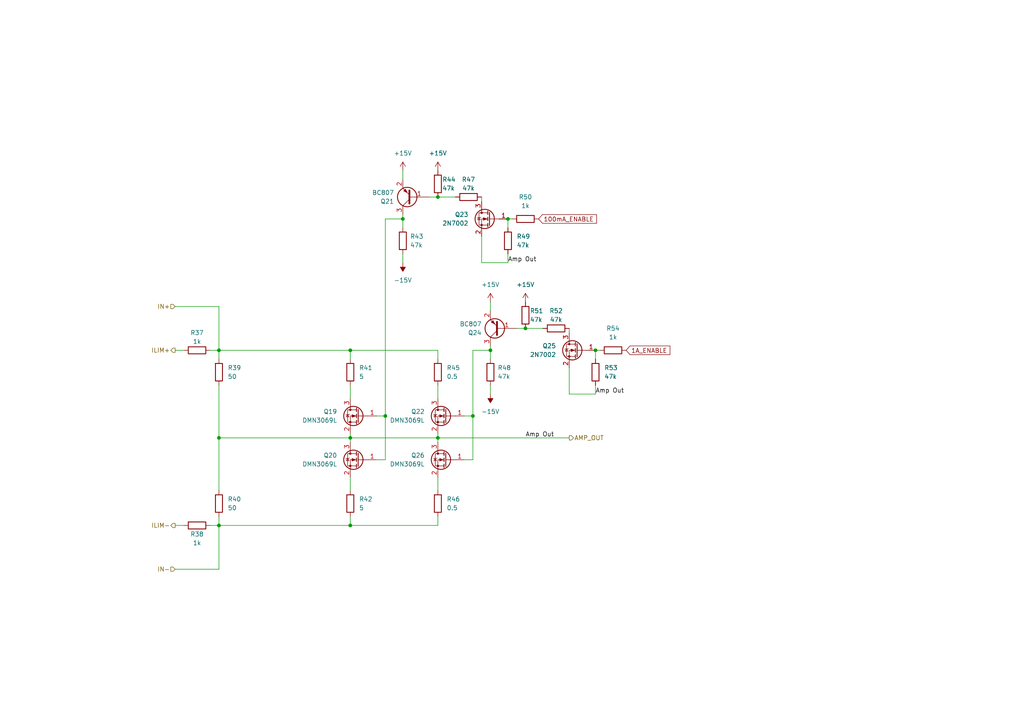
<source format=kicad_sch>
(kicad_sch (version 20231120) (generator "eeschema") (generator_version "8.0")
  (paper "A4")
  (title_block (title "DSMU A2 - Amplifier Board, Coarse Current Limiting") (rev "DRAFT") (company "Fuckup Industries"))
  (lib_symbols
    (symbol "Device:R" (pin_numbers hide) (pin_names (offset 0))
      (property "Reference" "R" (at 2.032 0 90))
      (property "Value" "R" (at 0 0 90))
      (symbol "R_0_1"
        (rectangle (start -1.016 -2.54) (end 1.016 2.54) (stroke (width 0.254)))
      )
      (symbol "R_1_1"
        (pin passive line (at 0 3.81 270) (length 1.27) (name "~") (number "1"))
        (pin passive line (at 0 -3.81 90) (length 1.27) (name "~") (number "2"))
      )
    )
    (symbol "Transistor_BJT:BC807" (pin_names (offset 0) hide)
      (property "Reference" "Q" (at 5.08 1.905 0))
      (property "Value" "BC807" (at 5.08 0 0))
      (symbol "BC807_0_1"
        (polyline (pts (xy 0.635 0.635) (xy 2.54 2.54)))
        (polyline (pts (xy 0.635 -0.635) (xy 2.54 -2.54) (xy 2.54 -2.54)))
        (polyline (pts (xy 0.635 1.905) (xy 0.635 -1.905) (xy 0.635 -1.905)) (stroke (width 0.508)))
        (polyline (pts (xy 2.286 -1.778) (xy 1.778 -2.286) (xy 1.27 -1.27) (xy 2.286 -1.778) (xy 2.286 -1.778)) (fill (type outline)))
        (circle (center 1.27 0) (radius 2.8194) (stroke (width 0.254)))
      )
      (symbol "BC807_1_1"
        (pin input line (at -5.08 0 0) (length 5.715) (name "B") (number "1"))
        (pin passive line (at 2.54 -5.08 90) (length 2.54) (name "E") (number "2"))
        (pin passive line (at 2.54 5.08 270) (length 2.54) (name "C") (number "3"))
      )
    )
    (symbol "Transistor_FET:2N7002" (pin_names hide)
      (property "Reference" "Q" (at 5.08 1.905 0))
      (property "Value" "2N7002" (at 5.08 0 0))
      (symbol "2N7002_0_1"
        (polyline (pts (xy 0.254 0) (xy -2.54 0)))
        (polyline (pts (xy 0.254 1.905) (xy 0.254 -1.905)) (stroke (width 0.254)))
        (polyline (pts (xy 0.762 -1.27) (xy 0.762 -2.286)) (stroke (width 0.254)))
        (polyline (pts (xy 0.762 0.508) (xy 0.762 -0.508)) (stroke (width 0.254)))
        (polyline (pts (xy 0.762 2.286) (xy 0.762 1.27)) (stroke (width 0.254)))
        (polyline (pts (xy 2.54 2.54) (xy 2.54 1.778)))
        (polyline (pts (xy 2.54 -2.54) (xy 2.54 0) (xy 0.762 0)))
        (polyline (pts (xy 0.762 -1.778) (xy 3.302 -1.778) (xy 3.302 1.778) (xy 0.762 1.778)))
        (polyline (pts (xy 1.016 0) (xy 2.032 0.381) (xy 2.032 -0.381) (xy 1.016 0)) (fill (type outline)))
        (polyline (pts (xy 2.794 0.508) (xy 2.921 0.381) (xy 3.683 0.381) (xy 3.81 0.254)))
        (polyline (pts (xy 3.302 0.381) (xy 2.921 -0.254) (xy 3.683 -0.254) (xy 3.302 0.381)))
        (circle (center 1.651 0) (radius 2.794) (stroke (width 0.254)))
        (circle (center 2.54 -1.778) (radius 0.254) (fill (type outline)))
        (circle (center 2.54 1.778) (radius 0.254) (fill (type outline)))
      )
      (symbol "2N7002_1_1"
        (pin input line (at -5.08 0 0) (length 2.54) (name "G") (number "1"))
        (pin passive line (at 2.54 -5.08 90) (length 2.54) (name "S") (number "2"))
        (pin passive line (at 2.54 5.08 270) (length 2.54) (name "D") (number "3"))
      )
    )
    (symbol "Transistor_FET:DMN2050L" (pin_names hide)
      (property "Reference" "Q" (at 5.08 1.905 0))
      (property "Value" "DMN2050L" (at 5.08 0 0))
      (symbol "DMN2050L_0_1"
        (polyline (pts (xy 0.254 0) (xy -2.54 0)))
        (polyline (pts (xy 0.254 1.905) (xy 0.254 -1.905)) (stroke (width 0.254)))
        (polyline (pts (xy 0.762 -1.27) (xy 0.762 -2.286)) (stroke (width 0.254)))
        (polyline (pts (xy 0.762 0.508) (xy 0.762 -0.508)) (stroke (width 0.254)))
        (polyline (pts (xy 0.762 2.286) (xy 0.762 1.27)) (stroke (width 0.254)))
        (polyline (pts (xy 2.54 2.54) (xy 2.54 1.778)))
        (polyline (pts (xy 2.54 -2.54) (xy 2.54 0) (xy 0.762 0)))
        (polyline (pts (xy 0.762 -1.778) (xy 3.302 -1.778) (xy 3.302 1.778) (xy 0.762 1.778)))
        (polyline (pts (xy 1.016 0) (xy 2.032 0.381) (xy 2.032 -0.381) (xy 1.016 0)) (fill (type outline)))
        (polyline (pts (xy 2.794 0.508) (xy 2.921 0.381) (xy 3.683 0.381) (xy 3.81 0.254)))
        (polyline (pts (xy 3.302 0.381) (xy 2.921 -0.254) (xy 3.683 -0.254) (xy 3.302 0.381)))
        (circle (center 1.651 0) (radius 2.794) (stroke (width 0.254)))
        (circle (center 2.54 -1.778) (radius 0.254) (fill (type outline)))
        (circle (center 2.54 1.778) (radius 0.254) (fill (type outline)))
      )
      (symbol "DMN2050L_1_1"
        (pin input line (at -5.08 0 0) (length 2.54) (name "G") (number "1"))
        (pin passive line (at 2.54 -5.08 90) (length 2.54) (name "S") (number "2"))
        (pin passive line (at 2.54 5.08 270) (length 2.54) (name "D") (number "3"))
      )
    )
    (symbol "power:+15V" (power) (pin_names (offset 0))
      (property "Value" "+15V" (at 0 3.556 0))
      (symbol "+15V_0_1"
        (polyline (pts (xy -0.762 1.27) (xy 0 2.54)))
        (polyline (pts (xy 0 0) (xy 0 2.54)))
        (polyline (pts (xy 0 2.54) (xy 0.762 1.27)))
      )
      (symbol "+15V_1_1"
        (pin power_in line (at 0 0 90) (length 0) hide (name "+15V") (number "1"))
      )
    )
    (symbol "power:-15V" (power) (pin_names (offset 0))
      (property "Value" "-15V" (at 0 3.81 0))
      (symbol "-15V_0_0"
        (pin power_in line (at 0 0 90) (length 0) hide (name "-15V") (number "1"))
      )
      (symbol "-15V_0_1"
        (polyline (pts (xy 0 0) (xy 0 1.27) (xy 0.762 1.27) (xy 0 2.54) (xy -0.762 1.27) (xy 0 1.27)) (fill (type outline)))
      )
    )
  )
  (junction (at 137.16 120.65))
  (junction (at 116.84 63.5))
  (junction (at 127 57.15))
  (junction (at 172.72 101.6))
  (junction (at 127 127))
  (junction (at 63.5 101.6))
  (junction (at 63.5 152.4))
  (junction (at 101.6 127))
  (junction (at 63.5 127))
  (junction (at 142.24 101.6))
  (junction (at 147.32 63.5))
  (junction (at 101.6 101.6))
  (junction (at 111.76 120.65))
  (junction (at 101.6 152.4))
  (junction (at 152.4 95.25))
  (wire (pts (xy 147.32 66.04) (xy 147.32 63.5)))
  (wire (pts (xy 165.1 96.52) (xy 165.1 95.25)))
  (wire (pts (xy 101.6 149.86) (xy 101.6 152.4)))
  (wire (pts (xy 152.4 95.25) (xy 157.48 95.25)))
  (wire (pts (xy 63.5 88.9) (xy 63.5 101.6)))
  (wire (pts (xy 172.72 114.3) (xy 165.1 114.3)))
  (wire (pts (xy 134.62 133.35) (xy 137.16 133.35)))
  (wire (pts (xy 127 127) (xy 165.1 127)))
  (wire (pts (xy 165.1 114.3) (xy 165.1 106.68)))
  (wire (pts (xy 63.5 127) (xy 63.5 142.24)))
  (wire (pts (xy 63.5 111.76) (xy 63.5 127)))
  (wire (pts (xy 127 111.76) (xy 127 115.57)))
  (wire (pts (xy 63.5 101.6) (xy 101.6 101.6)))
  (wire (pts (xy 111.76 63.5) (xy 111.76 120.65)))
  (wire (pts (xy 101.6 111.76) (xy 101.6 115.57)))
  (wire (pts (xy 101.6 125.73) (xy 101.6 127)))
  (wire (pts (xy 101.6 152.4) (xy 127 152.4)))
  (wire (pts (xy 134.62 120.65) (xy 137.16 120.65)))
  (wire (pts (xy 101.6 101.6) (xy 127 101.6)))
  (wire (pts (xy 63.5 152.4) (xy 101.6 152.4)))
  (wire (pts (xy 127 138.43) (xy 127 142.24)))
  (wire (pts (xy 101.6 138.43) (xy 101.6 142.24)))
  (wire (pts (xy 50.8 101.6) (xy 53.34 101.6)))
  (wire (pts (xy 116.84 49.53) (xy 116.84 52.07)))
  (wire (pts (xy 50.8 88.9) (xy 63.5 88.9)))
  (wire (pts (xy 127 125.73) (xy 127 127)))
  (wire (pts (xy 101.6 127) (xy 101.6 128.27)))
  (wire (pts (xy 116.84 63.5) (xy 111.76 63.5)))
  (wire (pts (xy 101.6 101.6) (xy 101.6 104.14)))
  (wire (pts (xy 172.72 111.76) (xy 172.72 114.3)))
  (wire (pts (xy 139.7 58.42) (xy 139.7 57.15)))
  (wire (pts (xy 63.5 165.1) (xy 63.5 152.4)))
  (wire (pts (xy 127 152.4) (xy 127 149.86)))
  (wire (pts (xy 147.32 73.66) (xy 147.32 76.2)))
  (wire (pts (xy 172.72 104.14) (xy 172.72 101.6)))
  (wire (pts (xy 137.16 133.35) (xy 137.16 120.65)))
  (wire (pts (xy 147.32 63.5) (xy 148.59 63.5)))
  (wire (pts (xy 60.96 101.6) (xy 63.5 101.6)))
  (wire (pts (xy 109.22 120.65) (xy 111.76 120.65)))
  (wire (pts (xy 109.22 133.35) (xy 111.76 133.35)))
  (wire (pts (xy 137.16 101.6) (xy 137.16 120.65)))
  (wire (pts (xy 142.24 101.6) (xy 142.24 100.33)))
  (wire (pts (xy 127 127) (xy 127 128.27)))
  (wire (pts (xy 60.96 152.4) (xy 63.5 152.4)))
  (wire (pts (xy 101.6 127) (xy 127 127)))
  (wire (pts (xy 147.32 76.2) (xy 139.7 76.2)))
  (wire (pts (xy 149.86 95.25) (xy 152.4 95.25)))
  (wire (pts (xy 124.46 57.15) (xy 127 57.15)))
  (wire (pts (xy 127 101.6) (xy 127 104.14)))
  (wire (pts (xy 172.72 101.6) (xy 173.99 101.6)))
  (wire (pts (xy 142.24 87.63) (xy 142.24 90.17)))
  (wire (pts (xy 63.5 152.4) (xy 63.5 149.86)))
  (wire (pts (xy 127 57.15) (xy 132.08 57.15)))
  (wire (pts (xy 116.84 63.5) (xy 116.84 62.23)))
  (wire (pts (xy 63.5 127) (xy 101.6 127)))
  (wire (pts (xy 142.24 101.6) (xy 137.16 101.6)))
  (wire (pts (xy 63.5 101.6) (xy 63.5 104.14)))
  (wire (pts (xy 116.84 73.66) (xy 116.84 76.2)))
  (wire (pts (xy 111.76 133.35) (xy 111.76 120.65)))
  (wire (pts (xy 50.8 152.4) (xy 53.34 152.4)))
  (wire (pts (xy 50.8 165.1) (xy 63.5 165.1)))
  (wire (pts (xy 116.84 66.04) (xy 116.84 63.5)))
  (wire (pts (xy 142.24 111.76) (xy 142.24 114.3)))
  (wire (pts (xy 142.24 104.14) (xy 142.24 101.6)))
  (wire (pts (xy 139.7 76.2) (xy 139.7 68.58)))
  (label "Amp Out" (at 147.32 76.2 0))
  (label "Amp Out" (at 172.72 114.3 0))
  (label "Amp Out" (at 152.4 127 0))
  (global_label "1A_ENABLE" (shape input) (at 181.61 101.6 0) (property "Intersheetrefs" "${INTERSHEET_REFS}" (effects (hide yes))))
  (global_label "100mA_ENABLE" (shape input) (at 156.21 63.5 0) (property "Intersheetrefs" "${INTERSHEET_REFS}" (effects (hide yes))))
  (hierarchical_label "ILIM-" (shape output) (at 50.8 152.4 180))
  (hierarchical_label "ILIM+" (shape output) (at 50.8 101.6 180))
  (hierarchical_label "AMP_OUT" (shape output) (at 165.1 127 0))
  (hierarchical_label "IN+" (shape input) (at 50.8 88.9 180))
  (hierarchical_label "IN-" (shape input) (at 50.8 165.1 180))
  (symbol (lib_id "Device:R") (at 152.4 91.44 180) (unit 1)
    (property "Reference" "R51" (at 153.67 90.17 0) (effects (justify right)))
    (property "Value" "47k" (at 153.67 92.71 0) (effects (justify right)))
    (property "Footprint" "Resistor_SMD:R_0603_1608Metric" (effects (hide yes)))
  )
  (symbol (lib_id "Device:R") (at 135.89 57.15 90) (unit 1)
    (property "Reference" "R47" (at 135.89 52.07 90))
    (property "Value" "47k" (at 135.89 54.61 90))
    (property "Footprint" "Resistor_SMD:R_0603_1608Metric" (effects (hide yes)))
  )
  (symbol (lib_id "power:+15V") (at 116.84 49.53 0) (unit 1)
    (property "Reference" "#PWR09" (effects (hide yes)))
    (property "Value" "+15V" (at 116.84 44.45 0))
  )
  (symbol (lib_id "Device:R") (at 127 107.95 0) (unit 1)
    (property "Reference" "R45" (at 129.54 106.68 0) (effects (justify left)))
    (property "Value" "0.5" (at 129.54 109.22 0) (effects (justify left)))
    (property "Footprint" "Resistor_SMD:R_0603_1608Metric" (effects (hide yes)))
  )
  (symbol (lib_id "Device:R") (at 177.8 101.6 90) (unit 1)
    (property "Reference" "R54" (at 177.8 95.25 90))
    (property "Value" "1k" (at 177.8 97.79 90))
    (property "Footprint" "Resistor_SMD:R_0603_1608Metric" (effects (hide yes)))
  )
  (symbol (lib_id "power:+15V") (at 142.24 87.63 0) (unit 1)
    (property "Reference" "#PWR012" (effects (hide yes)))
    (property "Value" "+15V" (at 142.24 82.55 0))
  )
  (symbol (lib_id "Device:R") (at 127 146.05 0) (unit 1)
    (property "Reference" "R46" (at 129.54 144.78 0) (effects (justify left)))
    (property "Value" "0.5" (at 129.54 147.32 0) (effects (justify left)))
    (property "Footprint" "Resistor_SMD:R_0603_1608Metric" (effects (hide yes)))
  )
  (symbol (lib_id "Device:R") (at 116.84 69.85 180) (unit 1)
    (property "Reference" "R43" (at 118.9309 68.58 0) (effects (justify right)))
    (property "Value" "47k" (at 118.9309 71.12 0) (effects (justify right)))
    (property "Footprint" "Resistor_SMD:R_0603_1608Metric" (effects (hide yes)))
  )
  (symbol (lib_id "Device:R") (at 57.15 152.4 90) (unit 1)
    (property "Reference" "R38" (at 57.15 154.94 90))
    (property "Value" "1k" (at 57.15 157.48 90))
    (property "Footprint" "Resistor_SMD:R_0603_1608Metric" (effects (hide yes)))
  )
  (symbol (lib_id "Transistor_FET:DMN2050L") (at 104.14 133.35 0) (mirror y) (unit 1)
    (property "Reference" "Q20" (at 97.79 132.08 0) (effects (justify left)))
    (property "Value" "DMN3069L" (at 97.79 134.62 0) (effects (justify left)))
    (property "Footprint" "Package_TO_SOT_SMD:SOT-23" (effects (hide yes)))
    (property "Datasheet" "http://www.diodes.com/assets/Datasheets/ds31502.pdf" (effects (hide yes)))
  )
  (symbol (lib_id "Transistor_FET:DMN2050L") (at 129.54 133.35 0) (mirror y) (unit 1)
    (property "Reference" "Q26" (at 123.19 132.08 0) (effects (justify left)))
    (property "Value" "DMN3069L" (at 123.19 134.62 0) (effects (justify left)))
    (property "Footprint" "Package_TO_SOT_SMD:SOT-23" (effects (hide yes)))
    (property "Datasheet" "http://www.diodes.com/assets/Datasheets/ds31502.pdf" (effects (hide yes)))
  )
  (symbol (lib_id "Device:R") (at 57.15 101.6 90) (unit 1)
    (property "Reference" "R37" (at 57.15 96.52 90))
    (property "Value" "1k" (at 57.15 99.06 90))
    (property "Footprint" "Resistor_SMD:R_0603_1608Metric" (effects (hide yes)))
  )
  (symbol (lib_id "power:-15V") (at 116.84 76.2 180) (unit 1)
    (property "Reference" "#PWR010" (effects (hide yes)))
    (property "Value" "-15V" (at 116.84 81.28 0))
  )
  (symbol (lib_id "Device:R") (at 172.72 107.95 180) (unit 1)
    (property "Reference" "R53" (at 175.26 106.68 0) (effects (justify right)))
    (property "Value" "47k" (at 175.26 109.22 0) (effects (justify right)))
    (property "Footprint" "Resistor_SMD:R_0603_1608Metric" (effects (hide yes)))
  )
  (symbol (lib_id "Transistor_BJT:BC807") (at 144.78 95.25 180) (unit 1)
    (property "Reference" "Q24" (at 139.7 96.52 0) (effects (justify left)))
    (property "Value" "BC807" (at 139.7 93.98 0) (effects (justify left)))
    (property "Footprint" "Package_TO_SOT_SMD:SOT-23" (effects (hide yes)))
    (property "Datasheet" "https://www.onsemi.com/pub/Collateral/BC808-D.pdf" (effects (hide yes)))
  )
  (symbol (lib_id "Device:R") (at 152.4 63.5 90) (unit 1)
    (property "Reference" "R50" (at 152.4 57.15 90))
    (property "Value" "1k" (at 152.4 59.69 90))
    (property "Footprint" "Resistor_SMD:R_0603_1608Metric" (effects (hide yes)))
  )
  (symbol (lib_id "Transistor_FET:DMN2050L") (at 104.14 120.65 0) (mirror y) (unit 1)
    (property "Reference" "Q19" (at 97.79 119.38 0) (effects (justify left)))
    (property "Value" "DMN3069L" (at 97.79 121.92 0) (effects (justify left)))
    (property "Footprint" "Package_TO_SOT_SMD:SOT-23" (effects (hide yes)))
    (property "Datasheet" "http://www.diodes.com/assets/Datasheets/ds31502.pdf" (effects (hide yes)))
  )
  (symbol (lib_id "Device:R") (at 161.29 95.25 90) (unit 1)
    (property "Reference" "R52" (at 161.29 90.17 90))
    (property "Value" "47k" (at 161.29 92.71 90))
    (property "Footprint" "Resistor_SMD:R_0603_1608Metric" (effects (hide yes)))
  )
  (symbol (lib_id "power:-15V") (at 142.24 114.3 180) (unit 1)
    (property "Reference" "#PWR013" (effects (hide yes)))
    (property "Value" "-15V" (at 142.24 119.38 0))
  )
  (symbol (lib_id "Device:R") (at 101.6 107.95 0) (unit 1)
    (property "Reference" "R41" (at 104.14 106.68 0) (effects (justify left)))
    (property "Value" "5" (at 104.14 109.22 0) (effects (justify left)))
    (property "Footprint" "Resistor_SMD:R_0603_1608Metric" (effects (hide yes)))
  )
  (symbol (lib_id "power:+15V") (at 152.4 87.63 0) (unit 1)
    (property "Reference" "#PWR014" (effects (hide yes)))
    (property "Value" "+15V" (at 152.4 82.55 0))
  )
  (symbol (lib_id "Transistor_FET:DMN2050L") (at 129.54 120.65 0) (mirror y) (unit 1)
    (property "Reference" "Q22" (at 123.19 119.38 0) (effects (justify left)))
    (property "Value" "DMN3069L" (at 123.19 121.92 0) (effects (justify left)))
    (property "Footprint" "Package_TO_SOT_SMD:SOT-23" (effects (hide yes)))
    (property "Datasheet" "http://www.diodes.com/assets/Datasheets/ds31502.pdf" (effects (hide yes)))
  )
  (symbol (lib_id "Device:R") (at 63.5 107.95 0) (unit 1)
    (property "Reference" "R39" (at 66.04 106.68 0) (effects (justify left)))
    (property "Value" "50" (at 66.04 109.22 0) (effects (justify left)))
    (property "Footprint" "Resistor_SMD:R_0603_1608Metric" (effects (hide yes)))
  )
  (symbol (lib_id "Device:R") (at 63.5 146.05 0) (unit 1)
    (property "Reference" "R40" (at 66.04 144.78 0) (effects (justify left)))
    (property "Value" "50" (at 66.04 147.32 0) (effects (justify left)))
    (property "Footprint" "Resistor_SMD:R_0603_1608Metric" (effects (hide yes)))
  )
  (symbol (lib_id "Device:R") (at 142.24 107.95 180) (unit 1)
    (property "Reference" "R48" (at 144.3309 106.68 0) (effects (justify right)))
    (property "Value" "47k" (at 144.3309 109.22 0) (effects (justify right)))
    (property "Footprint" "Resistor_SMD:R_0603_1608Metric" (effects (hide yes)))
  )
  (symbol (lib_id "Device:R") (at 101.6 146.05 0) (unit 1)
    (property "Reference" "R42" (at 104.14 144.78 0) (effects (justify left)))
    (property "Value" "5" (at 104.14 147.32 0) (effects (justify left)))
    (property "Footprint" "Resistor_SMD:R_0603_1608Metric" (effects (hide yes)))
  )
  (symbol (lib_id "Transistor_FET:2N7002") (at 167.64 101.6 0) (mirror y) (unit 1)
    (property "Reference" "Q25" (at 161.29 100.33 0) (effects (justify left)))
    (property "Value" "2N7002" (at 161.29 102.87 0) (effects (justify left)))
    (property "Footprint" "Package_TO_SOT_SMD:SOT-23" (effects (hide yes)))
    (property "Datasheet" "https://www.onsemi.com/pub/Collateral/NDS7002A-D.PDF" (effects (hide yes)))
  )
  (symbol (lib_id "power:+15V") (at 127 49.53 0) (unit 1)
    (property "Reference" "#PWR011" (effects (hide yes)))
    (property "Value" "+15V" (at 127 44.45 0))
  )
  (symbol (lib_id "Device:R") (at 127 53.34 180) (unit 1)
    (property "Reference" "R44" (at 128.27 52.07 0) (effects (justify right)))
    (property "Value" "47k" (at 128.27 54.61 0) (effects (justify right)))
    (property "Footprint" "Resistor_SMD:R_0603_1608Metric" (effects (hide yes)))
  )
  (symbol (lib_id "Transistor_FET:2N7002") (at 142.24 63.5 0) (mirror y) (unit 1)
    (property "Reference" "Q23" (at 135.89 62.23 0) (effects (justify left)))
    (property "Value" "2N7002" (at 135.89 64.77 0) (effects (justify left)))
    (property "Footprint" "Package_TO_SOT_SMD:SOT-23" (effects (hide yes)))
    (property "Datasheet" "https://www.onsemi.com/pub/Collateral/NDS7002A-D.PDF" (effects (hide yes)))
  )
  (symbol (lib_id "Transistor_BJT:BC807") (at 119.38 57.15 180) (unit 1)
    (property "Reference" "Q21" (at 114.3 58.42 0) (effects (justify left)))
    (property "Value" "BC807" (at 114.3 55.88 0) (effects (justify left)))
    (property "Footprint" "Package_TO_SOT_SMD:SOT-23" (effects (hide yes)))
    (property "Datasheet" "https://www.onsemi.com/pub/Collateral/BC808-D.pdf" (effects (hide yes)))
  )
  (symbol (lib_id "Device:R") (at 147.32 69.85 180) (unit 1)
    (property "Reference" "R49" (at 149.86 68.58 0) (effects (justify right)))
    (property "Value" "47k" (at 149.86 71.12 0) (effects (justify right)))
    (property "Footprint" "Resistor_SMD:R_0603_1608Metric" (effects (hide yes)))
  )
)
</source>
